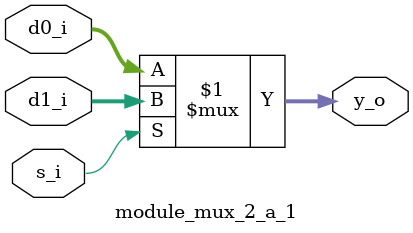
<source format=sv>
module module_mux_2_a_1 #(parameter WIDTH = 8)(
    
    input   logic                               s_i,
    input   logic       [WIDTH - 1 : 0]         d0_i,
    input   logic       [WIDTH - 1 : 0]         d1_i,
    output  logic       [WIDTH - 1 : 0]         y_o
    
    );
    
    assign y_o = s_i ? d1_i : d0_i;
    
endmodule
</source>
